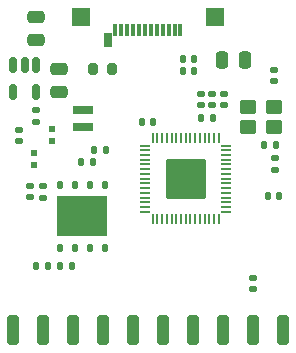
<source format=gbr>
%TF.GenerationSoftware,KiCad,Pcbnew,9.0.4*%
%TF.CreationDate,2025-09-01T14:21:50+02:00*%
%TF.ProjectId,rp2350_gpio_card,72703233-3530-45f6-9770-696f5f636172,X1*%
%TF.SameCoordinates,Original*%
%TF.FileFunction,Soldermask,Top*%
%TF.FilePolarity,Negative*%
%FSLAX46Y46*%
G04 Gerber Fmt 4.6, Leading zero omitted, Abs format (unit mm)*
G04 Created by KiCad (PCBNEW 9.0.4) date 2025-09-01 14:21:50*
%MOMM*%
%LPD*%
G01*
G04 APERTURE LIST*
G04 Aperture macros list*
%AMRoundRect*
0 Rectangle with rounded corners*
0 $1 Rounding radius*
0 $2 $3 $4 $5 $6 $7 $8 $9 X,Y pos of 4 corners*
0 Add a 4 corners polygon primitive as box body*
4,1,4,$2,$3,$4,$5,$6,$7,$8,$9,$2,$3,0*
0 Add four circle primitives for the rounded corners*
1,1,$1+$1,$2,$3*
1,1,$1+$1,$4,$5*
1,1,$1+$1,$6,$7*
1,1,$1+$1,$8,$9*
0 Add four rect primitives between the rounded corners*
20,1,$1+$1,$2,$3,$4,$5,0*
20,1,$1+$1,$4,$5,$6,$7,0*
20,1,$1+$1,$6,$7,$8,$9,0*
20,1,$1+$1,$8,$9,$2,$3,0*%
%AMFreePoly0*
4,1,18,-0.437500,0.050000,-0.433694,0.069134,-0.422855,0.085355,-0.406634,0.096194,-0.387500,0.100000,0.387500,0.100000,0.437500,0.050000,0.437500,-0.050000,0.433694,-0.069134,0.422855,-0.085355,0.406634,-0.096194,0.387500,-0.100000,-0.387500,-0.100000,-0.406634,-0.096194,-0.422855,-0.085355,-0.433694,-0.069134,-0.437500,-0.050000,-0.437500,0.050000,-0.437500,0.050000,$1*%
%AMFreePoly1*
4,1,18,-0.437500,0.050000,-0.433694,0.069134,-0.422855,0.085355,-0.406634,0.096194,-0.387500,0.100000,0.387500,0.100000,0.406634,0.096194,0.422855,0.085355,0.433694,0.069134,0.437500,0.050000,0.437500,-0.050000,0.387500,-0.100000,-0.387500,-0.100000,-0.406634,-0.096194,-0.422855,-0.085355,-0.433694,-0.069134,-0.437500,-0.050000,-0.437500,0.050000,-0.437500,0.050000,$1*%
%AMFreePoly2*
4,1,18,-0.100000,0.387500,-0.050000,0.437500,0.050000,0.437500,0.069134,0.433694,0.085355,0.422855,0.096194,0.406634,0.100000,0.387500,0.100000,-0.387500,0.096194,-0.406634,0.085355,-0.422855,0.069134,-0.433694,0.050000,-0.437500,-0.050000,-0.437500,-0.069134,-0.433694,-0.085355,-0.422855,-0.096194,-0.406634,-0.100000,-0.387500,-0.100000,0.387500,-0.100000,0.387500,$1*%
%AMFreePoly3*
4,1,18,-0.100000,0.387500,-0.096194,0.406634,-0.085355,0.422855,-0.069134,0.433694,-0.050000,0.437500,0.050000,0.437500,0.100000,0.387500,0.100000,-0.387500,0.096194,-0.406634,0.085355,-0.422855,0.069134,-0.433694,0.050000,-0.437500,-0.050000,-0.437500,-0.069134,-0.433694,-0.085355,-0.422855,-0.096194,-0.406634,-0.100000,-0.387500,-0.100000,0.387500,-0.100000,0.387500,$1*%
%AMFreePoly4*
4,1,18,-0.437500,0.050000,-0.433694,0.069134,-0.422855,0.085355,-0.406634,0.096194,-0.387500,0.100000,0.387500,0.100000,0.406634,0.096194,0.422855,0.085355,0.433694,0.069134,0.437500,0.050000,0.437500,-0.050000,0.433694,-0.069134,0.422855,-0.085355,0.406634,-0.096194,0.387500,-0.100000,-0.387500,-0.100000,-0.437500,-0.050000,-0.437500,0.050000,-0.437500,0.050000,$1*%
%AMFreePoly5*
4,1,18,-0.437500,0.050000,-0.387500,0.100000,0.387500,0.100000,0.406634,0.096194,0.422855,0.085355,0.433694,0.069134,0.437500,0.050000,0.437500,-0.050000,0.433694,-0.069134,0.422855,-0.085355,0.406634,-0.096194,0.387500,-0.100000,-0.387500,-0.100000,-0.406634,-0.096194,-0.422855,-0.085355,-0.433694,-0.069134,-0.437500,-0.050000,-0.437500,0.050000,-0.437500,0.050000,$1*%
%AMFreePoly6*
4,1,18,-0.100000,0.387500,-0.096194,0.406634,-0.085355,0.422855,-0.069134,0.433694,-0.050000,0.437500,0.050000,0.437500,0.069134,0.433694,0.085355,0.422855,0.096194,0.406634,0.100000,0.387500,0.100000,-0.387500,0.050000,-0.437500,-0.050000,-0.437500,-0.069134,-0.433694,-0.085355,-0.422855,-0.096194,-0.406634,-0.100000,-0.387500,-0.100000,0.387500,-0.100000,0.387500,$1*%
%AMFreePoly7*
4,1,18,-0.100000,0.387500,-0.096194,0.406634,-0.085355,0.422855,-0.069134,0.433694,-0.050000,0.437500,0.050000,0.437500,0.069134,0.433694,0.085355,0.422855,0.096194,0.406634,0.100000,0.387500,0.100000,-0.387500,0.096194,-0.406634,0.085355,-0.422855,0.069134,-0.433694,0.050000,-0.437500,-0.050000,-0.437500,-0.100000,-0.387500,-0.100000,0.387500,-0.100000,0.387500,$1*%
G04 Aperture macros list end*
%ADD10RoundRect,0.200000X0.200000X0.275000X-0.200000X0.275000X-0.200000X-0.275000X0.200000X-0.275000X0*%
%ADD11R,0.380000X1.000000*%
%ADD12R,0.700000X1.150000*%
%ADD13R,1.500000X1.500000*%
%ADD14RoundRect,0.135000X0.185000X-0.135000X0.185000X0.135000X-0.185000X0.135000X-0.185000X-0.135000X0*%
%ADD15RoundRect,0.250000X0.475000X-0.250000X0.475000X0.250000X-0.475000X0.250000X-0.475000X-0.250000X0*%
%ADD16RoundRect,0.135000X-0.185000X0.135000X-0.185000X-0.135000X0.185000X-0.135000X0.185000X0.135000X0*%
%ADD17RoundRect,0.250000X0.450000X0.350000X-0.450000X0.350000X-0.450000X-0.350000X0.450000X-0.350000X0*%
%ADD18R,0.530000X0.470000*%
%ADD19RoundRect,0.140000X0.140000X0.170000X-0.140000X0.170000X-0.140000X-0.170000X0.140000X-0.170000X0*%
%ADD20RoundRect,0.250000X-0.250000X-0.475000X0.250000X-0.475000X0.250000X0.475000X-0.250000X0.475000X0*%
%ADD21RoundRect,0.140000X-0.140000X-0.170000X0.140000X-0.170000X0.140000X0.170000X-0.140000X0.170000X0*%
%ADD22RoundRect,0.140000X-0.170000X0.140000X-0.170000X-0.140000X0.170000X-0.140000X0.170000X0.140000X0*%
%ADD23RoundRect,0.250000X-0.250000X1.000000X-0.250000X-1.000000X0.250000X-1.000000X0.250000X1.000000X0*%
%ADD24RoundRect,0.135000X-0.135000X-0.185000X0.135000X-0.185000X0.135000X0.185000X-0.135000X0.185000X0*%
%ADD25RoundRect,0.150000X-0.150000X0.512500X-0.150000X-0.512500X0.150000X-0.512500X0.150000X0.512500X0*%
%ADD26RoundRect,0.140000X0.170000X-0.140000X0.170000X0.140000X-0.170000X0.140000X-0.170000X-0.140000X0*%
%ADD27RoundRect,0.125000X0.125000X-0.250000X0.125000X0.250000X-0.125000X0.250000X-0.125000X-0.250000X0*%
%ADD28R,4.300000X3.400000*%
%ADD29RoundRect,0.135000X0.135000X0.185000X-0.135000X0.185000X-0.135000X-0.185000X0.135000X-0.185000X0*%
%ADD30FreePoly0,90.000000*%
%ADD31RoundRect,0.050000X0.050000X-0.387500X0.050000X0.387500X-0.050000X0.387500X-0.050000X-0.387500X0*%
%ADD32FreePoly1,90.000000*%
%ADD33FreePoly2,90.000000*%
%ADD34RoundRect,0.050000X0.387500X-0.050000X0.387500X0.050000X-0.387500X0.050000X-0.387500X-0.050000X0*%
%ADD35FreePoly3,90.000000*%
%ADD36FreePoly4,90.000000*%
%ADD37FreePoly5,90.000000*%
%ADD38FreePoly6,90.000000*%
%ADD39FreePoly7,90.000000*%
%ADD40RoundRect,0.153000X1.547000X1.547000X-1.547000X1.547000X-1.547000X-1.547000X1.547000X-1.547000X0*%
%ADD41R,1.700000X0.700000*%
G04 APERTURE END LIST*
D10*
%TO.C,R4*%
X100530183Y-57546434D03*
X98880183Y-57546434D03*
%TD*%
D11*
%TO.C,P1*%
X100805183Y-54186434D03*
X101305183Y-54186434D03*
X101805183Y-54186434D03*
X102305183Y-54186434D03*
X102805183Y-54186434D03*
X103305183Y-54186434D03*
X103805183Y-54186434D03*
X104305183Y-54186434D03*
X104805183Y-54186434D03*
X105305183Y-54186434D03*
X105805183Y-54186434D03*
X106305183Y-54186434D03*
D12*
X100135183Y-55026434D03*
%TD*%
D13*
%TO.C,TP1*%
X97855183Y-53146434D03*
%TD*%
%TO.C,TP2*%
X109255183Y-53146434D03*
%TD*%
D14*
%TO.C,R8*%
X114300000Y-66110000D03*
X114300000Y-65090000D03*
%TD*%
D15*
%TO.C,C19*%
X94055183Y-55046434D03*
X94055183Y-53146434D03*
%TD*%
D16*
%TO.C,R5*%
X94700000Y-67390000D03*
X94700000Y-68410000D03*
%TD*%
D17*
%TO.C,Y1*%
X114235183Y-60726434D03*
X112035183Y-60726434D03*
X112035183Y-62426434D03*
X114235183Y-62426434D03*
%TD*%
D18*
%TO.C,C1*%
X93905000Y-65635000D03*
X93905000Y-64605000D03*
%TD*%
D19*
%TO.C,C9*%
X107480000Y-57700000D03*
X106520000Y-57700000D03*
%TD*%
D20*
%TO.C,C2*%
X109855183Y-56746434D03*
X111755183Y-56746434D03*
%TD*%
D21*
%TO.C,C10*%
X108075183Y-61646434D03*
X109035183Y-61646434D03*
%TD*%
D22*
%TO.C,C17*%
X93600000Y-67420000D03*
X93600000Y-68380000D03*
%TD*%
D23*
%TO.C,J2*%
X114985183Y-79600000D03*
X112445183Y-79600000D03*
X109905183Y-79600000D03*
X107365183Y-79600000D03*
X104825183Y-79600000D03*
X102285183Y-79600000D03*
X99745183Y-79600000D03*
X97205183Y-79600000D03*
X94665183Y-79600000D03*
X92125183Y-79600000D03*
%TD*%
D19*
%TO.C,C8*%
X103980000Y-62000000D03*
X103020000Y-62000000D03*
%TD*%
D18*
%TO.C,C3*%
X95400000Y-62585000D03*
X95400000Y-63615000D03*
%TD*%
D22*
%TO.C,C5*%
X92605000Y-62640000D03*
X92605000Y-63600000D03*
%TD*%
D24*
%TO.C,R3*%
X98990000Y-64400000D03*
X100010000Y-64400000D03*
%TD*%
D25*
%TO.C,U4*%
X94067683Y-57208934D03*
X93117683Y-57208934D03*
X92167683Y-57208934D03*
X92167683Y-59483934D03*
X94067683Y-59483934D03*
%TD*%
D16*
%TO.C,R1*%
X94100000Y-60990000D03*
X94100000Y-62010000D03*
%TD*%
D24*
%TO.C,R7*%
X94090000Y-74200000D03*
X95110000Y-74200000D03*
%TD*%
D26*
%TO.C,C15*%
X114235183Y-58526434D03*
X114235183Y-57566434D03*
%TD*%
D24*
%TO.C,R2*%
X97890000Y-65400000D03*
X98910000Y-65400000D03*
%TD*%
D15*
%TO.C,C21*%
X96005183Y-59446434D03*
X96005183Y-57546434D03*
%TD*%
D21*
%TO.C,C12*%
X113720000Y-68300000D03*
X114680000Y-68300000D03*
%TD*%
D26*
%TO.C,C4*%
X110005183Y-60576434D03*
X110005183Y-59616434D03*
%TD*%
D27*
%TO.C,U2*%
X96100183Y-72696434D03*
X97370183Y-72696434D03*
X98640183Y-72696434D03*
X99910183Y-72696434D03*
X99910183Y-67296434D03*
X98640183Y-67296434D03*
X97370183Y-67296434D03*
X96100183Y-67296434D03*
D28*
X98005183Y-69996434D03*
%TD*%
D26*
%TO.C,C6*%
X109005183Y-60576434D03*
X109005183Y-59616434D03*
%TD*%
%TO.C,C7*%
X108005183Y-60576434D03*
X108005183Y-59616434D03*
%TD*%
%TO.C,C13*%
X112455183Y-76176434D03*
X112455183Y-75216434D03*
%TD*%
D29*
%TO.C,R6*%
X97120000Y-74200000D03*
X96100000Y-74200000D03*
%TD*%
D19*
%TO.C,C14*%
X107480000Y-56700000D03*
X106520000Y-56700000D03*
%TD*%
D21*
%TO.C,C16*%
X113405183Y-63956434D03*
X114365183Y-63956434D03*
%TD*%
D30*
%TO.C,U1*%
X103955183Y-70233934D03*
D31*
X104355183Y-70233934D03*
X104755183Y-70233934D03*
X105155183Y-70233934D03*
X105555183Y-70233934D03*
X105955183Y-70233934D03*
X106355183Y-70233934D03*
X106755183Y-70233934D03*
X107155183Y-70233934D03*
X107555183Y-70233934D03*
X107955183Y-70233934D03*
X108355183Y-70233934D03*
X108755183Y-70233934D03*
X109155183Y-70233934D03*
D32*
X109555183Y-70233934D03*
D33*
X110192683Y-69596434D03*
D34*
X110192683Y-69196434D03*
X110192683Y-68796434D03*
X110192683Y-68396434D03*
X110192683Y-67996434D03*
X110192683Y-67596434D03*
X110192683Y-67196434D03*
X110192683Y-66796434D03*
X110192683Y-66396434D03*
X110192683Y-65996434D03*
X110192683Y-65596434D03*
X110192683Y-65196434D03*
X110192683Y-64796434D03*
X110192683Y-64396434D03*
D35*
X110192683Y-63996434D03*
D36*
X109555183Y-63358934D03*
D31*
X109155183Y-63358934D03*
X108755183Y-63358934D03*
X108355183Y-63358934D03*
X107955183Y-63358934D03*
X107555183Y-63358934D03*
X107155183Y-63358934D03*
X106755183Y-63358934D03*
X106355183Y-63358934D03*
X105955183Y-63358934D03*
X105555183Y-63358934D03*
X105155183Y-63358934D03*
X104755183Y-63358934D03*
X104355183Y-63358934D03*
D37*
X103955183Y-63358934D03*
D38*
X103317683Y-63996434D03*
D34*
X103317683Y-64396434D03*
X103317683Y-64796434D03*
X103317683Y-65196434D03*
X103317683Y-65596434D03*
X103317683Y-65996434D03*
X103317683Y-66396434D03*
X103317683Y-66796434D03*
X103317683Y-67196434D03*
X103317683Y-67596434D03*
X103317683Y-67996434D03*
X103317683Y-68396434D03*
X103317683Y-68796434D03*
X103317683Y-69196434D03*
D39*
X103317683Y-69596434D03*
D40*
X106755183Y-66796434D03*
%TD*%
D41*
%TO.C,L1*%
X98018156Y-62400000D03*
X98018156Y-61000000D03*
%TD*%
M02*

</source>
